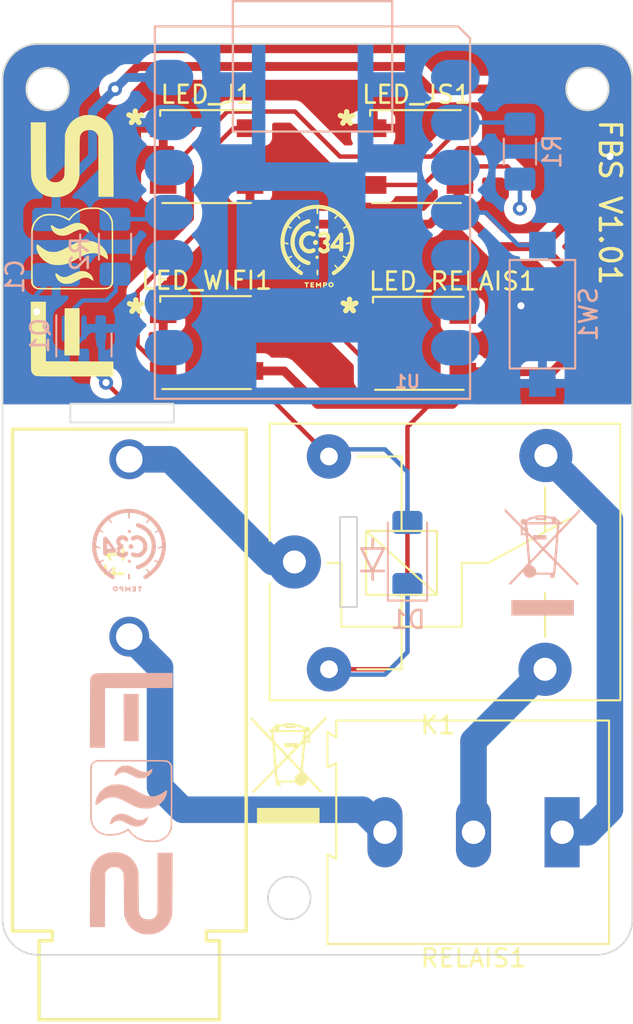
<source format=kicad_pcb>
(kicad_pcb (version 20240108) (generator "pcbnew") (generator_version "8.0")
  (layers (0 "F.Cu" signal) (31 "B.Cu" signal) (34 "B.Paste" user) (35 "F.Paste" user) (36 "B.SilkS" user "B.Silkscreen") (37 "F.SilkS" user "F.Silkscreen") (38 "B.Mask" user) (39 "F.Mask" user) (44 "Edge.Cuts" user))
  (net 0 "")
  (net 1 "VCC")
  (net 2 "GND")
  (net 3 "Net-(D1-A)")
  (net 4 "Net-(RELAIS1-Pin_3)")
  (net 5 "Net-(RELAIS1-Pin_2)")
  (net 6 "Net-(RELAIS1-Pin_1)")
  (net 7 "Net-(Q1-B)")
  (net 8 "RELAIS_C3C4")
  (net 9 "+5V")
  (net 10 "LED")
  (net 11 "Net-(LED_RELAIS1-DIN)")
  (net 14 "Net-(U1-PA11_A3_D3)")
  (net 21 "Net-(F1-Pad2)")
  (net 22 "Net-(LED_J1-DO)")
  (net 23 "Net-(LED_J1-DIN)")
  (net 24 "Net-(U1-PA4_A1_D1)")
  (footprint "TerminalBlock:TerminalBlock_Altech_AK300-3_P5.00mm" (layer "F.Cu") (at 152.24 107.95 180)
    (property "Reference" "RELAIS1" (at 5 -7.1 0) (layer "F.SilkS"))
    (property "Value" "Screw_Terminal_01x03")
    (pad "1" thru_hole rect (at 0 0 180) (size 1.98 3.96) (drill 1.32) (layers "*.Cu" "*.Mask") (net 6 "Net-(RELAIS1-Pin_1)"))
    (pad "2" thru_hole oval (at 5 0 180) (size 1.98 3.96) (drill 1.32) (layers "*.Cu" "*.Mask") (net 5 "Net-(RELAIS1-Pin_2)"))
    (pad "3" thru_hole oval (at 10 0 180) (size 1.98 3.96) (drill 1.32) (layers "*.Cu" "*.Mask") (net 4 "Net-(RELAIS1-Pin_3)"))
  )
  (footprint "LED_SMD:LED_Inolux_IN-PI554FCH_PLCC4_5.0x5.0mm_P3.2mm" (layer "F.Cu") (at 144.022104 69.85)
    (property "Reference" "LED_JS1" (at 0 -3.5 0) (layer "F.SilkS"))
    (property "Value" "Inolux_IN-PI554FCH")
    (pad "1" smd rect (at -2.45 -1.6) (size 1.5 1) (layers "F.Cu" "F.Paste" "F.Mask") (net 2 "GND"))
    (pad "2" smd rect (at -2.45 1.6) (size 1.5 1) (layers "F.Cu" "F.Paste" "F.Mask") (net 10 "LED"))
    (pad "3" smd rect (at 2.45 1.6) (size 1.5 1) (layers "F.Cu" "F.Paste" "F.Mask") (net 9 "+5V"))
    (pad "4" smd rect (at 2.45 -1.6) (size 1.5 1) (layers "F.Cu" "F.Paste" "F.Mask") (net 23 "Net-(LED_J1-DIN)"))
  )
  (footprint "LED_SMD:LED_Inolux_IN-PI554FCH_PLCC4_5.0x5.0mm_P3.2mm" (layer "F.Cu") (at 132.17 69.85)
    (property "Reference" "LED_J1" (at 0 -3.5 0) (layer "F.SilkS"))
    (property "Value" "Inolux_IN-PI554FCH")
    (pad "1" smd rect (at -2.45 -1.6) (size 1.5 1) (layers "F.Cu" "F.Paste" "F.Mask") (net 2 "GND"))
    (pad "2" smd rect (at -2.45 1.6) (size 1.5 1) (layers "F.Cu" "F.Paste" "F.Mask") (net 23 "Net-(LED_J1-DIN)"))
    (pad "3" smd rect (at 2.45 1.6) (size 1.5 1) (layers "F.Cu" "F.Paste" "F.Mask") (net 9 "+5V"))
    (pad "4" smd rect (at 2.45 -1.6) (size 1.5 1) (layers "F.Cu" "F.Paste" "F.Mask") (net 22 "Net-(LED_J1-DO)"))
  )
  (footprint "logo_fb:c34" (layer "F.Cu") (at 138.43 74.93)
    (property "Reference" "G***" (hide yes))
    (property "Value" "LOGO" (hide yes))
  )
  (footprint "Symbol:WEEE-Logo_4.2x6mm_SilkScreen" (layer "F.Cu") (at 136.792398 104.43274)
    (property "Reference" "REF**" (hide yes))
    (property "Value" "WEEE-Logo_4.2x6mm_SilkScreen" (hide yes))
  )
  (footprint "Fuseholder 696310001002:696310001002" (layer "F.Cu") (at 127.804203 91.92008 90)
    (property "Reference" "F1" (at -0.78992 -0.804203 90) (layer "F.SilkS"))
    (property "Value" "Fuse 1A")
    (pad "1" thru_hole circle (at -5 0 90) (size 2.25 2.25) (drill 1.5) (layers "*.Cu" "*.Mask") (net 4 "Net-(RELAIS1-Pin_3)"))
    (pad "2" thru_hole circle (at 5 0 90) (size 2.25 2.25) (drill 1.5) (layers "*.Cu" "*.Mask") (net 21 "Net-(F1-Pad2)"))
  )
  (footprint "logo_fb:fbs" (layer "F.Cu") (at 124.607894 74.8811 90)
    (property "Reference" "G***" (hide yes))
    (property "Value" "LOGO" (hide yes))
  )
  (footprint "Relay_THT:Relay_SPDT_SANYOU_SRD_Series_Form_C" (layer "F.Cu") (at 137.1277 92.71)
    (property "Reference" "K1" (at 8.1 9.2 0) (layer "F.SilkS"))
    (property "Value" "SANYOU_SRD_Form_C")
    (pad "1" thru_hole circle (at 0 0 90) (size 3 3) (drill 1.3) (layers "*.Cu" "*.Mask") (net 21 "Net-(F1-Pad2)"))
    (pad "2" thru_hole circle (at 1.95 6.05 90) (size 2.5 2.5) (drill 1) (layers "*.Cu" "*.Mask") (net 9 "+5V"))
    (pad "3" thru_hole circle (at 14.15 6.05 90) (size 3 3) (drill 1.3) (layers "*.Cu" "*.Mask") (net 5 "Net-(RELAIS1-Pin_2)"))
    (pad "4" thru_hole circle (at 14.2 -6 90) (size 3 3) (drill 1.3) (layers "*.Cu" "*.Mask") (net 6 "Net-(RELAIS1-Pin_1)"))
    (pad "5" thru_hole circle (at 1.95 -5.95 90) (size 2.5 2.5) (drill 1) (layers "*.Cu" "*.Mask") (net 3 "Net-(D1-A)"))
  )
  (footprint "LED_SMD:LED_Inolux_IN-PI554FCH_PLCC4_5.0x5.0mm_P3.2mm" (layer "F.Cu") (at 132.17 80.34)
    (property "Reference" "LED_WIFI1" (at 0 -3.5 0) (layer "F.SilkS"))
    (property "Value" "Inolux_IN-PI554FCH")
    (pad "1" smd rect (at -2.45 -1.6) (size 1.5 1) (layers "F.Cu" "F.Paste" "F.Mask") (net 2 "GND"))
    (pad "2" smd rect (at -2.45 1.6) (size 1.5 1) (layers "F.Cu" "F.Paste" "F.Mask") (net 22 "Net-(LED_J1-DO)"))
    (pad "3" smd rect (at 2.45 1.6) (size 1.5 1) (layers "F.Cu" "F.Paste" "F.Mask") (net 9 "+5V"))
    (pad "4" smd rect (at 2.45 -1.6) (size 1.5 1) (layers "F.Cu" "F.Paste" "F.Mask") (net 11 "Net-(LED_RELAIS1-DIN)"))
  )
  (footprint "LED_SMD:LED_Inolux_IN-PI554FCH_PLCC4_5.0x5.0mm_P3.2mm" (layer "F.Cu") (at 144.183608 80.380375)
    (property "Reference" "LED_RELAIS1" (at 1.866392 -3.5 0) (layer "F.SilkS"))
    (property "Value" "Inolux_IN-PI554FCH")
    (pad "1" smd rect (at -2.45 -1.6) (size 1.5 1) (layers "F.Cu" "F.Paste" "F.Mask") (net 2 "GND"))
    (pad "2" smd rect (at -2.45 1.6) (size 1.5 1) (layers "F.Cu" "F.Paste" "F.Mask") (net 11 "Net-(LED_RELAIS1-DIN)"))
    (pad "3" smd rect (at 2.45 1.6) (size 1.5 1) (layers "F.Cu" "F.Paste" "F.Mask") (net 9 "+5V"))
    (pad "4" smd rect (at 2.45 -1.6) (size 1.5 1) (layers "F.Cu" "F.Paste" "F.Mask"))
  )
  (footprint "logo_fb:fbs" (layer "B.Cu") (at 127.944265 106.338305 -90)
    (property "Reference" "G***" (hide yes))
    (property "Value" "LOGO" (hide yes))
  )
  (footprint "Button_Switch_SMD:SW_SPST_CK_RS282G05A3" (layer "B.Cu") (at 151.13 78.74 90)
    (property "Reference" "SW1" (at 0 2.6 90) (layer "B.SilkS") (effects (justify mirror)))
    (property "Value" "SW_Push")
    (pad "1" smd rect (at -3.9 0 90) (size 1.5 1.5) (layers "B.Cu" "B.Paste" "B.Mask") (net 2 "GND"))
    (pad "2" smd rect (at 3.9 0 90) (size 1.5 1.5) (layers "B.Cu" "B.Paste" "B.Mask") (net 14 "Net-(U1-PA11_A3_D3)"))
  )
  (footprint "Package_TO_SOT_SMD:SOT-23" (layer "B.Cu") (at 125.243526 80.472723 -90)
    (property "Reference" "Q1" (at -0.519386 2.483755 90) (layer "B.SilkS") (effects (justify mirror)))
    (property "Value" "TRANS_NPN-MMBT2222AL")
    (pad "1" smd roundrect (at -0.9375 0.95 270) (size 1.475 0.6) (layers "B.Cu" "B.Paste" "B.Mask") (net 7 "Net-(Q1-B)"))
    (pad "2" smd roundrect (at -0.9375 -0.95 270) (size 1.475 0.6) (layers "B.Cu" "B.Paste" "B.Mask") (net 2 "GND"))
    (pad "3" smd roundrect (at 0.9375 0 270) (size 1.475 0.6) (layers "B.Cu" "B.Paste" "B.Mask") (net 3 "Net-(D1-A)"))
  )
  (footprint "Capacitor_SMD:C_1210_3225Metric_Pad1.33x2.70mm_HandSolder" (layer "B.Cu") (at 123.67267 74.955199 -90)
    (property "Reference" "C1" (at 1.664314 2.318979 90) (layer "B.SilkS") (effects (justify mirror)))
    (property "Value" "22uF")
    (pad "1" smd roundrect (at -1.5625 0 270) (size 1.325 2.7) (layers "B.Cu" "B.Paste" "B.Mask") (roundrect_rratio 0.1886792453) (net 9 "+5V"))
    (pad "2" smd roundrect (at 1.5625 0 270) (size 1.325 2.7) (layers "B.Cu" "B.Paste" "B.Mask") (roundrect_rratio 0.1886792453) (net 2 "GND"))
  )
  (footprint "Diode_SMD:D_MiniMELF" (layer "B.Cu") (at 143.51 92.23 90)
    (property "Reference" "D1" (at -3.73283 0.039888 0) (layer "B.SilkS") (effects (justify mirror)))
    (property "Value" "LL4148")
    (pad "1" smd roundrect (at -1.75 0 90) (size 1.3 1.7) (layers "B.Cu" "B.Paste" "B.Mask") (roundrect_rratio 0.1923076923) (net 9 "+5V"))
    (pad "2" smd roundrect (at 1.75 0 90) (size 1.3 1.7) (layers "B.Cu" "B.Paste" "B.Mask") (roundrect_rratio 0.1923076923) (net 3 "Net-(D1-A)"))
  )
  (footprint "Resistor_SMD:R_1206_3216Metric_Pad1.30x1.75mm_HandSolder" (layer "B.Cu") (at 149.86 69.57 90)
    (property "Reference" "R1" (at 0 1.82 90) (layer "B.SilkS") (effects (justify mirror)))
    (property "Value" "470")
    (pad "1" smd roundrect (at -1.55 0 90) (size 1.3 1.75) (layers "B.Cu" "B.Paste" "B.Mask") (roundrect_rratio 0.1923076923) (net 10 "LED"))
    (pad "2" smd roundrect (at 1.55 0 90) (size 1.3 1.75) (layers "B.Cu" "B.Paste" "B.Mask") (roundrect_rratio 0.1923076923) (net 24 "Net-(U1-PA4_A1_D1)"))
  )
  (footprint "logo_fb:c34" (layer "B.Cu") (at 127.784648 92.076197 180)
    (property "Reference" "G***" (hide yes))
    (property "Value" "LOGO" (hide yes))
  )
  (footprint "esp32c3:MOUDLE14P-SMD-2.54-21X17.8MM" (layer "B.Cu") (at 147.046 83.50925 180)
    (property "Reference" "U1" (at 3.536 0.95925 0) (layer "B.SilkS") (effects (font (size 0.7 0.7)) (justify mirror)))
    (property "Value" "MOUDLE-SEEEDUINO-XIAO-ESP32C3")
    (pad "1" smd roundrect (at 0.835 18.12 180) (size 2.75 2) (layers "B.Cu" "B.Paste" "B.Mask") (roundrect_rratio 0.5))
    (pad "2" smd roundrect (at 0.835 15.58 180) (size 2.75 2) (layers "B.Cu" "B.Paste" "B.Mask") (roundrect_rratio 0.5) (net 24 "Net-(U1-PA4_A1_D1)"))
    (pad "3" smd roundrect (at 0.835 13.04 180) (size 2.75 2) (layers "B.Cu" "B.Paste" "B.Mask") (roundrect_rratio 0.5))
    (pad "4" smd roundrect (at 0.835 10.5 180) (size 2.75 2) (layers "B.Cu" "B.Paste" "B.Mask") (roundrect_rratio 0.5) (net 14 "Net-(U1-PA11_A3_D3)"))
    (pad "5" smd roundrect (at 0.835 7.96 180) (size 2.75 2) (layers "B.Cu" "B.Paste" "B.Mask") (roundrect_rratio 0.5))
    (pad "6" smd roundrect (at 0.835 5.42 180) (size 2.75 2) (layers "B.Cu" "B.Paste" "B.Mask") (roundrect_rratio 0.5))
    (pad "7" smd roundrect (at 0.835 2.88 180) (size 2.75 2) (layers "B.Cu" "B.Paste" "B.Mask") (roundrect_rratio 0.5))
    (pad "8" smd roundrect (at 17 2.88 180) (size 2.75 2) (layers "B.Cu" "B.Paste" "B.Mask") (roundrect_rratio 0.5))
    (pad "9" smd roundrect (at 17 5.42 180) (size 2.75 2) (layers "B.Cu" "B.Paste" "B.Mask") (roundrect_rratio 0.5))
    (pad "10" smd roundrect (at 17 7.96 180) (size 2.75 2) (layers "B.Cu" "B.Paste" "B.Mask") (roundrect_rratio 0.5))
    (pad "11" smd roundrect (at 17 10.5 180) (size 2.75 2) (layers "B.Cu" "B.Paste" "B.Mask") (roundrect_rratio 0.5) (net 8 "RELAIS_C3C4"))
    (pad "12" smd roundrect (at 17 13.04 180) (size 2.75 2) (layers "B.Cu" "B.Paste" "B.Mask") (roundrect_rratio 0.5) (net 1 "VCC"))
    (pad "13" smd roundrect (at 17 15.58 180) (size 2.75 2) (layers "B.Cu" "B.Paste" "B.Mask") (roundrect_rratio 0.5) (net 2 "GND"))
    (pad "14" smd roundrect (at 17 18.12 180) (size 2.75 2) (layers "B.Cu" "B.Paste" "B.Mask") (roundrect_rratio 0.5) (net 9 "+5V"))
    (zone (net 0) (net_name "") (layer "B.Cu") (connect_pads (clearance 0)) (min_thickness 0.01)
      (keepout (tracks not_allowed) (vias not_allowed) (pads not_allowed) (copperpour not_allowed) (footprints allowed))
      (fill (thermal_gap 0.508) (thermal_bridge_width 0.508))
      (polygon (pts (xy 134.727 62.42725) (xy 132.949 62.42725) (xy 132.949 65.09425) (xy 134.727 65.09425)))
    )
    (zone (net 0) (net_name "") (layer "B.Cu") (connect_pads (clearance 0)) (min_thickness 0.01)
      (keepout (tracks not_allowed) (vias not_allowed) (pads not_allowed) (copperpour not_allowed) (footprints allowed))
      (fill (thermal_gap 0.508) (thermal_bridge_width 0.508))
      (polygon (pts (xy 134.727 66.49125) (xy 132.949 66.49125) (xy 132.949 69.15825) (xy 134.727 69.15825)))
    )
    (zone (net 0) (net_name "") (layer "B.Cu") (connect_pads (clearance 0)) (min_thickness 0.01)
      (keepout (tracks not_allowed) (vias not_allowed) (pads not_allowed) (copperpour not_allowed) (footprints allowed))
      (fill (thermal_gap 0.508) (thermal_bridge_width 0.508))
      (polygon (pts (xy 137.267 72.20625) (xy 134.219 72.20625) (xy 134.219 75.25425) (xy 137.267 75.25425)))
    )
    (zone (net 0) (net_name "") (layer "B.Cu") (connect_pads (clearance 0)) (min_thickness 0.01)
      (keepout (tracks not_allowed) (vias not_allowed) (pads not_allowed) (copperpour not_allowed) (footprints allowed))
      (fill (thermal_gap 0.508) (thermal_bridge_width 0.508))
      (polygon (pts (xy 140.696 63.18925) (xy 135.489 63.18925) (xy 135.489 70.17425) (xy 140.696 70.17425)))
    )
    (zone (net 0) (net_name "") (layer "B.Cu") (connect_pads (clearance 0)) (min_thickness 0.01)
      (keepout (tracks not_allowed) (vias not_allowed) (pads not_allowed) (copperpour not_allowed) (footprints allowed))
      (fill (thermal_gap 0.508) (thermal_bridge_width 0.508))
      (polygon (pts (xy 140.696 80.33425) (xy 134.981 80.33425) (xy 134.981 82.87425) (xy 140.696 82.87425)))
    )
    (zone (net 0) (net_name "") (layer "B.Cu") (connect_pads (clearance 0)) (min_thickness 0.01)
      (keepout (tracks not_allowed) (vias not_allowed) (pads not_allowed) (copperpour not_allowed) (footprints allowed))
      (fill (thermal_gap 0.508) (thermal_bridge_width 0.508))
      (polygon (pts (xy 143.363 62.42725) (xy 141.585 62.42725) (xy 141.585 65.09425) (xy 143.363 65.09425)))
    )
    (zone (net 0) (net_name "") (layer "B.Cu") (connect_pads (clearance 0)) (min_thickness 0.01)
      (keepout (tracks not_allowed) (vias not_allowed) (pads not_allowed) (copperpour not_allowed) (footprints allowed))
      (fill (thermal_gap 0.508) (thermal_bridge_width 0.508))
      (polygon (pts (xy 143.363 66.49125) (xy 141.585 66.49125) (xy 141.585 69.15825) (xy 143.363 69.15825)))
    )
    (zone (net 0) (net_name "") (layer "B.Cu") (connect_pads (clearance 0)) (min_thickness 0.01)
      (keepout (tracks not_allowed) (vias not_allowed) (pads not_allowed) (copperpour not_allowed) (footprints allowed))
      (fill (thermal_gap 0.508) (thermal_bridge_width 0.508))
      (polygon (pts (xy 144.0615 70.74575) (xy 141.1405 70.74575) (xy 141.1405 72.77775) (xy 144.0615 72.77775)))
    )
  )
  (footprint "Resistor_SMD:R_1206_3216Metric_Pad1.30x1.75mm_HandSolder" (layer "B.Cu") (at 127 74.93 90)
    (property "Reference" "R2" (at -0.407119 -1.995621 90) (layer "B.SilkS") (effects (justify mirror)))
    (property "Value" "1k")
    (pad "1" smd roundrect (at -1.55 0 90) (size 1.3 1.75) (layers "B.Cu" "B.Paste" "B.Mask") (roundrect_rratio 0.1923076923) (net 7 "Net-(Q1-B)"))
    (pad "2" smd roundrect (at 1.55 0 90) (size 1.3 1.75) (layers "B.Cu" "B.Paste" "B.Mask") (roundrect_rratio 0.1923076923) (net 8 "RELAIS_C3C4"))
  )
  (footprint "Symbol:WEEE-Logo_4.2x6mm_SilkScreen" (layer "B.Cu") (at 151.13 92.71 180)
    (property "Reference" "REF**" (hide yes))
    (property "Value" "WEEE-Logo_4.2x6mm_SilkScreen" (hide yes))
  )
  (gr_rect (start 133.964475 72.39) (end 138.43 76.676619) (stroke (width 0.2)) (fill solid) (layer "B.Cu"))
  (gr_line (start 141.550332 91.428698) (end 141.541179 91.945747) (stroke (width 0.15)) (layer "B.SilkS"))
  (gr_line (start 141.541179 93.215747) (end 140.906179 93.215747) (stroke (width 0.15)) (layer "B.SilkS"))
  (gr_line (start 142.176179 91.945747) (end 141.541179 93.215747) (stroke (width 0.15)) (layer "B.SilkS"))
  (gr_line (start 140.906179 93.215747) (end 142.176179 93.215747) (stroke (width 0.15)) (layer "B.SilkS"))
  (gr_line (start 141.550332 93.707545) (end 141.541179 93.215747) (stroke (width 0.15)) (layer "B.SilkS"))
  (gr_line (start 140.906179 91.945747) (end 141.541179 93.215747) (stroke (width 0.15)) (layer "B.SilkS"))
  (gr_line (start 140.906179 91.945747) (end 142.176179 91.945747) (stroke (width 0.15)) (layer "B.SilkS"))
  (gr_arc (start 154.21 63.5) (mid 155.611753 64.074256) (end 156.193262 65.473016) (stroke (width 0.1)) (layer "Edge.Cuts"))
  (gr_arc (start 156.21 112.859687) (mid 155.624214 114.273901) (end 154.21 114.859687) (stroke (width 0.1)) (layer "Edge.Cuts"))
  (gr_arc (start 122.65 114.859687) (mid 121.235786 114.273901) (end 120.65 112.859687) (stroke (width 0.1)) (layer "Edge.Cuts"))
  (gr_circle (center 153.67 66.04) (end 154.87 66.04) (stroke (width 0.1)) (fill none) (layer "Edge.Cuts"))
  (gr_rect (start 139.7 90.17) (end 140.659018 95.25) (stroke (width 0.1)) (fill none) (layer "Edge.Cuts"))
  (gr_line (start 156.193262 65.473016) (end 156.21 112.859687) (stroke (width 0.1)) (layer "Edge.Cuts"))
  (gr_circle (center 123.19 66.04) (end 124.39 66.04) (stroke (width 0.1)) (fill none) (layer "Edge.Cuts"))
  (gr_circle (center 136.839295 111.654847) (end 138.039295 111.654847) (stroke (width 0.1)) (fill none) (layer "Edge.Cuts"))
  (gr_line (start 154.21 114.859687) (end 122.65 114.859687) (stroke (width 0.1)) (layer "Edge.Cuts"))
  (gr_line (start 120.65 112.859687) (end 120.65 65.5) (stroke (width 0.1)) (layer "Edge.Cuts"))
  (gr_arc (start 120.65 65.5) (mid 121.235786 64.085786) (end 122.65 63.5) (stroke (width 0.1)) (layer "Edge.Cuts"))
  (gr_line (start 122.65 63.5) (end 154.21 63.5) (stroke (width 0.1)) (layer "Edge.Cuts"))
  (gr_rect (start 124.47787 83.781311) (end 130.313775 84.840746) (stroke (width 0.1)) (fill none) (layer "Edge.Cuts"))
  (gr_text "*" (at 139.470531 79.596435 0) (layer "F.SilkS") (effects (font (size 1.5 1.5) (thickness 0.3) (bold yes)) (justify left bottom)))
  (gr_text "*" (at 139.308796 69.018964 0) (layer "F.SilkS") (effects (font (size 1.5 1.5) (thickness 0.3) (bold yes)) (justify left bottom)))
  (gr_text "*" (at 127.405097 79.628782 0) (layer "F.SilkS") (effects (font (size 1.5 1.5) (thickness 0.3) (bold yes)) (justify left bottom)))
  (gr_text "*" (at 127.37275 68.986617 0) (layer "F.SilkS") (effects (font (size 1.5 1.5) (thickness 0.3) (bold yes)) (justify left bottom)))
  (gr_text "FBS V1.01" (at 154.245286 67.659521 270) (layer "F.SilkS") (effects (font (size 1.2 1.2) (thickness 0.1875)) (justify left bottom)))
  (segment (start 130.81 66.04) (end 129.54 67.31) (width 0.5) (layer "F.Cu") (net 2))
  (segment (start 140.97 66.04) (end 130.81 66.04) (width 0.5) (layer "F.Cu") (net 2))
  (segment (start 141.733608 77.976392) (end 143.51 76.2) (width 0.5) (layer "F.Cu") (net 2))
  (segment (start 141.733608 78.780375) (end 141.733608 77.976392) (width 0.5) (layer "F.Cu") (net 2))
  (segment (start 141.572104 66.642104) (end 140.97 66.04) (width 0.5) (layer "F.Cu") (net 2))
  (segment (start 139.7 76.2) (end 141.733608 78.233608) (width 0.5) (layer "F.Cu") (net 2))
  (segment (start 123.19 77.98379) (end 123.19 69.85) (width 0.25) (layer "F.Cu") (net 2))
  (segment (start 129.54 68.07) (end 129.72 68.25) (width 0.5) (layer "F.Cu") (net 2))
  (segment (start 129.54 67.31) (end 129.54 68.07) (width 0.5) (layer "F.Cu") (net 2))
  (segment (start 122.575367 78.598423) (end 123.19 77.98379) (width 0.25) (layer "F.Cu") (net 2))
  (segment (start 141.733608 78.233608) (end 141.733608 78.780375) (width 0.5) (layer "F.Cu") (net 2))
  (segment (start 129.72 77.29) (end 130.81 76.2) (width 0.5) (layer "F.Cu") (net 2))
  (segment (start 130.81 76.2) (end 139.7 76.2) (width 0.5) (layer "F.Cu") (net 2))
  (segment (start 124.79 68.25) (end 129.72 68.25) (width 0.25) (layer "F.Cu") (net 2))
  (segment (start 123.19 69.85) (end 124.79 68.25) (width 0.25) (layer "F.Cu") (net 2))
  (segment (start 141.572104 68.25) (end 141.572104 66.642104) (width 0.5) (layer "F.Cu") (net 2))
  (segment (start 147.856381 76.2) (end 149.918858 78.262477) (width 0.5) (layer "F.Cu") (net 2))
  (segment (start 143.51 76.2) (end 147.856381 76.2) (width 0.5) (layer "F.Cu") (net 2))
  (segment (start 129.72 78.74) (end 129.72 77.29) (width 0.5) (layer "F.Cu") (net 2))
  (via (at 149.918858 78.262477) (size 0.8) (drill 0.4) (layers "F.Cu" "B.Cu") (net 2))
  (via (at 122.575367 78.598423) (size 0.8) (drill 0.4) (layers "F.Cu" "B.Cu") (net 2))
  (via (at 154.94 69.85) (size 0.8) (drill 0.4) (layers "F.Cu" "B.Cu") (net 2))
  (segment (start 123.958 81.28) (end 125.702777 79.535223) (width 0.25) (layer "B.Cu") (net 2))
  (segment (start 122.575367 77.615002) (end 122.575367 78.598423) (width 0.25) (layer "B.Cu") (net 2))
  (segment (start 122.575367 78.598423) (end 122.575367 80.731084) (width 0.25) (layer "B.Cu") (net 2))
  (segment (start 125.702777 79.535223) (end 126.193526 79.535223) (width 0.25) (layer "B.Cu") (net 2))
  (segment (start 123.67267 76.517699) (end 122.575367 77.615002) (width 0.25) (layer "B.Cu") (net 2))
  (segment (start 151.13 79.473619) (end 149.918858 78.262477) (width 0.25) (layer "B.Cu") (net 2))
  (segment (start 122.575367 80.731084) (end 123.124283 81.28) (width 0.25) (layer "B.Cu") (net 2))
  (segment (start 151.13 82.64) (end 151.13 79.473619) (width 0.25) (layer "B.Cu") (net 2))
  (segment (start 123.124283 81.28) (end 123.958 81.28) (width 0.25) (layer "B.Cu") (net 2))
  (segment (start 135.665326 83.347626) (end 127.241265 83.347626) (width 0.25) (layer "F.Cu") (net 3))
  (segment (start 127.241265 83.347626) (end 126.490467 82.596828) (width 0.25) (layer "F.Cu") (net 3))
  (segment (start 139.0777 86.76) (end 135.665326 83.347626) (width 0.25) (layer "F.Cu") (net 3))
  (via (at 126.490467 82.596828) (size 0.8) (drill 0.4) (layers "F.Cu" "B.Cu") (net 3))
  (segment (start 125.243526 81.410223) (end 126.430131 82.596828) (width 0.25) (layer "B.Cu") (net 3))
  (segment (start 139.4777 86.36) (end 139.0777 86.76) (width 0.25) (layer "B.Cu") (net 3))
  (segment (start 142.24 86.36) (end 139.4777 86.36) (width 0.25) (layer "B.Cu") (net 3))
  (segment (start 143.51 87.63) (end 142.24 86.36) (width 0.25) (layer "B.Cu") (net 3))
  (segment (start 143.51 90.48) (end 143.51 87.63) (width 0.25) (layer "B.Cu") (net 3))
  (segment (start 126.430131 82.596828) (end 126.490467 82.596828) (width 0.25) (layer "B.Cu") (net 3))
  (segment (start 130.81 106.68) (end 129.54 105.41) (width 1.5) (layer "B.Cu") (net 4))
  (segment (start 129.54 105.41) (end 129.54 98.655877) (width 1.5) (layer "B.Cu") (net 4))
  (segment (start 140.97 106.68) (end 130.81 106.68) (width 1.5) (layer "B.Cu") (net 4))
  (segment (start 142.24 107.95) (end 140.97 106.68) (width 1.5) (layer "B.Cu") (net 4))
  (segment (start 129.54 98.655877) (end 127.804203 96.92008) (width 1.5) (layer "B.Cu") (net 4))
  (segment (start 147.24 107.95) (end 147.24 102.7977) (width 1.5) (layer "B.Cu") (net 5))
  (segment (start 147.24 102.7977) (end 151.2777 98.76) (width 1.5) (layer "B.Cu") (net 5))
  (segment (start 154.94 90.3223) (end 154.94 106.68) (width 1.5) (layer "B.Cu") (net 6))
  (segment (start 153.67 107.95) (end 152.24 107.95) (width 1.5) (layer "B.Cu") (net 6))
  (segment (start 151.3277 86.71) (end 154.94 90.3223) (width 1.5) (layer "B.Cu") (net 6))
  (segment (start 154.94 106.68) (end 153.67 107.95) (width 1.5) (layer "B.Cu") (net 6))
  (segment (start 124.293526 79.535223) (end 124.293526 78.831918) (width 0.25) (layer "B.Cu") (net 7))
  (segment (start 124.293526 78.831918) (end 125.169811 77.955633) (width 0.25) (layer "B.Cu") (net 7))
  (segment (start 125.169811 77.955633) (end 126.517312 77.955633) (width 0.25) (layer "B.Cu") (net 7))
  (segment (start 126.517312 77.955633) (end 127.040223 77.432722) (width 0.25) (layer "B.Cu") (net 7))
  (segment (start 127.040223 77.432722) (end 127.040223 76.520223) (width 0.25) (layer "B.Cu") (net 7))
  (segment (start 127.040223 76.520223) (end 127 76.48) (width 0.25) (layer "B.Cu") (net 7))
  (segment (start 126.72 76.48) (end 127 76.48) (width 0.25) (layer "B.Cu") (net 7))
  (segment (start 129.67525 73.38) (end 130.046 73.00925) (width 0.25) (layer "B.Cu") (net 8))
  (segment (start 127 73.38) (end 129.67525 73.38) (width 0.25) (layer "B.Cu") (net 8))
  (segment (start 146.472104 71.967896) (end 146.472104 71.45) (width 0.5) (layer "F.Cu") (net 9))
  (segment (start 128.27 64.77) (end 127 66.04) (width 0.5) (layer "F.Cu") (net 9))
  (segment (start 152.4 73.66) (end 151.13 74.93) (width 0.5) (layer "F.Cu") (net 9))
  (segment (start 152.4 81.28) (end 152.4 76.2) (width 0.5) (layer "F.Cu") (net 9))
  (segment (start 134.62 71.45) (end 134.62 72.39) (width 0.5) (layer "F.Cu") (net 9))
  (segment (start 139.0777 98.76) (end 142.54 98.76) (width 0.25) (layer "F.Cu") (net 9))
  (segment (start 135.89 73.66) (end 144.78 73.66) (width 0.5) (layer "F.Cu") (net 9))
  (segment (start 152.4 67.31) (end 152.4 73.66) (width 0.5) (layer "F.Cu") (net 9))
  (segment (start 144.78 73.66) (end 146.472104 71.967896) (width 0.5) (layer "F.Cu") (net 9))
  (segment (start 151.13 74.93) (end 148.59 74.93) (width 0.5) (layer "F.Cu") (net 9))
  (segment (start 146.633608 83.236392) (end 146.633608 81.980375) (width 0.5) (layer "F.Cu") (net 9))
  (segment (start 146.633608 81.980375) (end 151.699625 81.980375) (width 0.5) (layer "F.Cu") (net 9))
  (segment (start 151.699625 81.980375) (end 152.4 81.28) (width 0.5) (layer "F.Cu") (net 9))
  (segment (start 136.55 81.94) (end 138.43 83.82) (width 0.5) (layer "F.Cu") (net 9))
  (segment (start 143.51 97.79) (end 143.51 85.09) (width 0.25) (layer "F.Cu") (net 9))
  (segment (start 134.62 72.39) (end 135.89 73.66) (width 0.5) (layer "F.Cu") (net 9))
  (segment (start 146.99 71.45) (end 146.472104 71.45) (width 0.5) (layer "F.Cu") (net 9))
  (segment (start 146.472104 72.812104) (end 146.472104 71.45) (width 0.5) (layer "F.Cu") (net 9))
  (segment (start 143.51 64.77) (end 144.78 66.04) (width 0.5) (layer "F.Cu") (net 9))
  (segment (start 143.51 85.09) (end 144.78 83.82) (width 0.25) (layer "F.Cu") (net 9))
  (segment (start 144.78 66.04) (end 151.13 66.04) (width 0.5) (layer "F.Cu") (net 9))
  (segment (start 146.05 83.82) (end 146.633608 83.236392) (width 0.5) (layer "F.Cu") (net 9))
  (segment (start 152.4 76.2) (end 151.13 74.93) (width 0.5) (layer "F.Cu") (net 9))
  (segment (start 144.78 83.82) (end 146.05 83.82) (width 0.5) (layer "F.Cu") (net 9))
  (segment (start 138.43 83.82) (end 144.78 83.82) (width 0.5) (layer "F.Cu") (net 9))
  (segment (start 142.54 98.76) (end 143.51 97.79) (width 0.25) (layer "F.Cu") (net 9))
  (segment (start 148.59 74.93) (end 146.472104 72.812104) (width 0.5) (layer "F.Cu") (net 9))
  (segment (start 151.13 66.04) (end 152.4 67.31) (width 0.5) (layer "F.Cu") (net 9))
  (segment (start 128.27 64.77) (end 143.51 64.77) (width 0.5) (layer "F.Cu") (net 9))
  (segment (start 134.62 81.94) (end 136.55 81.94) (width 0.5) (layer "F.Cu") (net 9))
  (via (at 127 66.04) (size 0.8) (drill 0.4) (layers "F.Cu" "B.Cu") (net 9))
  (segment (start 127.65075 65.38925) (end 127 66.04) (width 0.5) (layer "B.Cu") (net 9))
  (segment (start 143.51 93.98) (end 143.51 97.79) (width 0.25) (layer "B.Cu") (net 9))
  (segment (start 143.51 97.79) (end 142.24 99.06) (width 0.25) (layer "B.Cu") (net 9))
  (segment (start 125.73 67.31) (end 127 66.04) (width 0.5) (layer "B.Cu") (net 9))
  (segment (start 139.3777 99.06) (end 139.0777 98.76) (width 0.25) (layer "B.Cu") (net 9))
  (segment (start 130.046 65.38925) (end 127.65075 65.38925) (width 0.5) (layer "B.Cu") (net 9))
  (segment (start 129.98025 65.455) (end 130.046 65.38925) (width 0.5) (layer "B.Cu") (net 9))
  (segment (start 125.73 69.85) (end 125.73 67.31) (width 0.5) (layer "B.Cu") (net 9))
  (segment (start 123.67267 71.90733) (end 125.73 69.85) (width 0.5) (layer "B.Cu") (net 9))
  (segment (start 123.67267 73.392699) (end 123.67267 71.90733) (width 0.5) (layer "B.Cu") (net 9))
  (segment (start 142.24 99.06) (end 139.3777 99.06) (width 0.25) (layer "B.Cu") (net 9))
  (segment (start 144.399966 71.45) (end 145.4465 70.403466) (width 0.25) (layer "F.Cu") (net 10))
  (segment (start 149.86 71.12) (end 149.86 72.778495) (width 0.25) (layer "F.Cu") (net 10))
  (segment (start 141.572104 71.45) (end 144.399966 71.45) (width 0.25) (layer "F.Cu") (net 10))
  (segment (start 149.143466 70.403466) (end 149.86 71.12) (width 0.25) (layer "F.Cu") (net 10))
  (segment (start 145.4465 70.403466) (end 149.143466 70.403466) (width 0.25) (layer "F.Cu") (net 10))
  (via (at 149.86 72.778495) (size 0.8) (drill 0.4) (layers "F.Cu" "B.Cu") (net 10))
  (segment (start 149.949416 72.867911) (end 149.86 72.778495) (width 0.25) (layer "B.Cu") (net 10))
  (segment (start 149.86 71.12) (end 149.86 72.778495) (width 0.25) (layer "B.Cu") (net 10))
  (segment (start 134.62 78.74) (end 138.493233 78.74) (width 0.25) (layer "F.Cu") (net 11))
  (segment (start 138.493233 78.74) (end 141.733608 81.980375) (width 0.25) (layer "F.Cu") (net 11))
  (segment (start 147.93925 73.00925) (end 146.211 73.00925) (width 0.25) (layer "B.Cu") (net 14))
  (segment (start 151.13 74.84) (end 149.77 74.84) (width 0.25) (layer "B.Cu") (net 14))
  (segment (start 149.77 74.84) (end 147.93925 73.00925) (width 0.25) (layer "B.Cu") (net 14))
  (segment (start 127.804203 86.92008) (end 130.10008 86.92008) (width 1.5) (layer "B.Cu") (net 21))
  (segment (start 135.89 92.71) (end 137.1277 92.71) (width 1.5) (layer "B.Cu") (net 21))
  (segment (start 130.10008 86.92008) (end 135.89 92.71) (width 1.5) (layer "B.Cu") (net 21))
  (segment (start 132.08 73.66) (end 132.08 69.85) (width 0.25) (layer "F.Cu") (net 22))
  (segment (start 132.08 69.85) (end 133.68 68.25) (width 0.25) (layer "F.Cu") (net 22))
  (segment (start 128.27 80.49) (end 128.27 77.47) (width 0.25) (layer "F.Cu") (net 22))
  (segment (start 133.68 68.25) (end 134.62 68.25) (width 0.25) (layer "F.Cu") (net 22))
  (segment (start 129.72 81.94) (end 128.27 80.49) (width 0.25) (layer "F.Cu") (net 22))
  (segment (start 128.27 77.47) (end 132.08 73.66) (width 0.25) (layer "F.Cu") (net 22))
  (segment (start 144.872104 69.85) (end 146.472104 68.25) (width 0.25) (layer "F.Cu") (net 23))
  (segment (start 133.35 67.31) (end 137.16 67.31) (width 0.25) (layer "F.Cu") (net 23))
  (segment (start 129.72 71.45) (end 129.72 70.94) (width 0.25) (layer "F.Cu") (net 23))
  (segment (start 129.72 70.94) (end 133.35 67.31) (width 0.25) (layer "F.Cu") (net 23))
  (segment (start 139.7 69.85) (end 144.872104 69.85) (width 0.25) (layer "F.Cu") (net 23))
  (segment (start 137.16 67.31) (end 139.7 69.85) (width 0.25) (layer "F.Cu") (net 23))
  (segment (start 149.76925 67.92925) (end 149.86 68.02) (width 0.25) (layer "B.Cu") (net 24))
  (segment (start 146.211 67.92925) (end 149.76925 67.92925) (width 0.25) (layer "B.Cu") (net 24))
  (zone (net 2) (net_name "GND") (layers "F&B.Cu") (priority 1) (connect_pads (clearance 0.5)) (min_thickness 0.25) (fill yes (thermal_gap 0.5) (thermal_bridge_width 0.5))
    (polygon (pts (xy 120.65 63.5) (xy 156.21 63.5) (xy 156.21 83.82) (xy 120.65 83.82)))
  )
)
</source>
